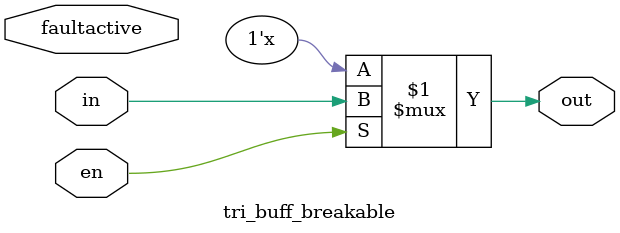
<source format=v>
module tri_buff (out, in, en);
output out;
input in;
input en;

assign out = (en) ? in : 1'bz;

endmodule

module tri_buff_breakable (out, in, en, faultactive);
output out;
input in;
input en;
input faultactive;

assign out = (en) ? in : 1'bz;

endmodule
</source>
